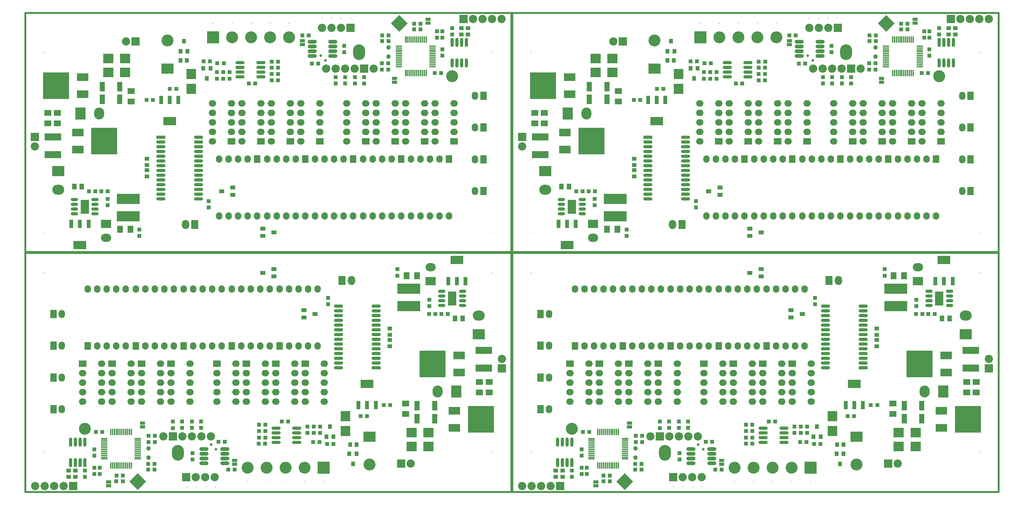
<source format=gts>
G04*
G04 #@! TF.GenerationSoftware,Altium Limited,Altium Designer,20.0.14 (345)*
G04*
G04 Layer_Color=8388736*
%FSLAX44Y44*%
%MOMM*%
G71*
G01*
G75*
%ADD41C,0.5000*%
%ADD84R,1.4732X0.8382*%
%ADD85R,1.1032X1.0032*%
%ADD86R,1.0032X1.1032*%
%ADD87R,1.5032X1.9032*%
%ADD88R,6.2032X2.7032*%
%ADD89R,2.2032X3.7032*%
%ADD90O,1.9532X0.8532*%
%ADD91R,2.5032X2.7032*%
%ADD92R,1.0032X1.3032*%
%ADD93R,1.0032X1.2032*%
%ADD94O,2.4532X0.8532*%
%ADD95R,1.9032X1.5032*%
%ADD96R,1.7532X0.4532*%
%ADD97R,0.4532X1.7532*%
%ADD98R,3.4032X2.3032*%
%ADD99R,1.1032X2.3032*%
%ADD100R,1.0032X1.3032*%
%ADD101R,1.3032X1.0032*%
%ADD102R,1.4532X1.0032*%
%ADD103O,3.2032X4.2032*%
%ADD104R,4.4232X1.9532*%
%ADD105R,2.4532X0.9032*%
%ADD106O,2.4532X0.9032*%
%ADD107R,2.7032X2.5032*%
%ADD108R,1.4532X2.5032*%
%ADD109O,2.4532X1.0032*%
%ADD110R,1.2032X1.6032*%
%ADD111R,6.9532X7.1032*%
%ADD112R,3.1032X2.1032*%
%ADD113O,0.8532X2.4532*%
%ADD114R,1.0032X1.2032*%
%ADD115R,1.0032X1.3032*%
%ADD116C,2.2032*%
%ADD117R,2.7032X3.2032*%
%ADD118O,2.7032X3.2032*%
%ADD119C,1.2032*%
%ADD120O,3.2032X2.7032*%
%ADD121R,3.2032X2.7032*%
%ADD122R,2.7032X2.2032*%
%ADD123O,2.7032X2.2032*%
%ADD124C,0.2032*%
%ADD125R,2.0032X1.7032*%
%ADD126O,2.0032X1.7032*%
%ADD127O,1.7032X2.0032*%
%ADD128R,1.7032X2.0032*%
%ADD129O,1.9532X2.4532*%
%ADD130R,1.9532X2.4532*%
%ADD131C,3.2032*%
%ADD132R,3.2032X3.2032*%
%ADD133P,4.5300X4X180.0*%
%ADD134R,1.7032X2.2032*%
%ADD135O,1.7032X2.2032*%
%ADD136R,2.2032X2.2032*%
%ADD137R,2.2032X2.2032*%
%ADD138C,0.7032*%
D41*
X0Y0D02*
Y1283000D01*
X2603000D01*
X2603000Y0D01*
X0D02*
X2603000D01*
X-1Y1282500D02*
Y642500D01*
X1299999D02*
X-1D01*
X1300000Y1282500D02*
X1299999Y642500D01*
X1300000Y1282500D02*
X-1D01*
X1302499D02*
Y642500D01*
X2602499D02*
X1302499D01*
X2602500Y1282500D02*
X2602499Y642500D01*
X2602500Y1282500D02*
X1302499D01*
X2602501Y0D02*
Y640000D01*
X1302501D02*
X2602501D01*
X1302500Y0D02*
X1302501Y640000D01*
X1302500Y0D02*
X2602501D01*
X1300001D02*
Y640000D01*
X1D02*
X1300001D01*
X0Y0D02*
X1Y640000D01*
X0Y0D02*
X1300001D01*
D84*
X740749Y1197750D02*
D03*
Y1207910D02*
D03*
X986999Y1097500D02*
D03*
Y1107660D02*
D03*
X1076999Y1255420D02*
D03*
Y1265580D02*
D03*
X2043249Y1197750D02*
D03*
Y1207910D02*
D03*
X2289499Y1097500D02*
D03*
Y1107660D02*
D03*
X2379499Y1255420D02*
D03*
Y1265580D02*
D03*
X1861751Y84750D02*
D03*
Y74590D02*
D03*
X1615501Y185000D02*
D03*
Y174840D02*
D03*
X1525501Y27080D02*
D03*
Y16920D02*
D03*
X559251Y84750D02*
D03*
Y74590D02*
D03*
X313001Y185000D02*
D03*
Y174840D02*
D03*
X223001Y27080D02*
D03*
Y16920D02*
D03*
D85*
X1114999Y1234000D02*
D03*
Y1217000D02*
D03*
X219999Y785000D02*
D03*
Y768000D02*
D03*
X829999Y1111000D02*
D03*
Y1094000D02*
D03*
X854999Y1111000D02*
D03*
Y1094000D02*
D03*
X880999Y1111000D02*
D03*
Y1094000D02*
D03*
X905622Y1111053D02*
D03*
Y1094053D02*
D03*
X511999Y1107000D02*
D03*
Y1124000D02*
D03*
X545999Y1124000D02*
D03*
Y1107000D02*
D03*
X528999Y1107000D02*
D03*
Y1124000D02*
D03*
X1114999Y1168000D02*
D03*
Y1185000D02*
D03*
X852999Y1178000D02*
D03*
Y1195000D02*
D03*
X1140999Y1225000D02*
D03*
Y1242000D02*
D03*
X304999Y703000D02*
D03*
Y686000D02*
D03*
X1100999Y1234000D02*
D03*
Y1217000D02*
D03*
X490539Y762344D02*
D03*
Y779344D02*
D03*
X2417499Y1234000D02*
D03*
Y1217000D02*
D03*
X1522499Y785000D02*
D03*
Y768000D02*
D03*
X2132499Y1111000D02*
D03*
Y1094000D02*
D03*
X2157499Y1111000D02*
D03*
Y1094000D02*
D03*
X2183499Y1111000D02*
D03*
Y1094000D02*
D03*
X2208122Y1111053D02*
D03*
Y1094053D02*
D03*
X1814499Y1107000D02*
D03*
Y1124000D02*
D03*
X1848499Y1124000D02*
D03*
Y1107000D02*
D03*
X1831499Y1107000D02*
D03*
Y1124000D02*
D03*
X2417499Y1168000D02*
D03*
Y1185000D02*
D03*
X2155499Y1178000D02*
D03*
Y1195000D02*
D03*
X2443499Y1225000D02*
D03*
Y1242000D02*
D03*
X1607499Y703000D02*
D03*
Y686000D02*
D03*
X2403499Y1234000D02*
D03*
Y1217000D02*
D03*
X1793039Y762344D02*
D03*
Y779344D02*
D03*
X1487501Y48500D02*
D03*
Y65500D02*
D03*
X2382501Y497500D02*
D03*
Y514500D02*
D03*
X1772501Y171500D02*
D03*
Y188500D02*
D03*
X1747501Y171500D02*
D03*
Y188500D02*
D03*
X1721501Y171500D02*
D03*
Y188500D02*
D03*
X1696878Y171447D02*
D03*
Y188447D02*
D03*
X2090501Y175500D02*
D03*
Y158500D02*
D03*
X2056501Y158500D02*
D03*
Y175500D02*
D03*
X2073501Y175500D02*
D03*
Y158500D02*
D03*
X1487501Y114500D02*
D03*
Y97500D02*
D03*
X1749501Y104500D02*
D03*
Y87500D02*
D03*
X1461501Y57500D02*
D03*
Y40500D02*
D03*
X2297501Y579500D02*
D03*
Y596500D02*
D03*
X1501501Y48500D02*
D03*
Y65500D02*
D03*
X2111961Y520156D02*
D03*
Y503156D02*
D03*
X185001Y48500D02*
D03*
Y65500D02*
D03*
X1080001Y497500D02*
D03*
Y514500D02*
D03*
X470001Y171500D02*
D03*
Y188500D02*
D03*
X445001Y171500D02*
D03*
Y188500D02*
D03*
X419001Y171500D02*
D03*
Y188500D02*
D03*
X394378Y171447D02*
D03*
Y188447D02*
D03*
X788001Y175500D02*
D03*
Y158500D02*
D03*
X754001Y158500D02*
D03*
Y175500D02*
D03*
X771001Y175500D02*
D03*
Y158500D02*
D03*
X185001Y114500D02*
D03*
Y97500D02*
D03*
X447001Y104500D02*
D03*
Y87500D02*
D03*
X159001Y57500D02*
D03*
Y40500D02*
D03*
X995001Y579500D02*
D03*
Y596500D02*
D03*
X199001Y48500D02*
D03*
Y65500D02*
D03*
X809461Y520156D02*
D03*
Y503156D02*
D03*
D86*
X187499Y805500D02*
D03*
X170499D02*
D03*
X203499D02*
D03*
X220499D02*
D03*
X476499Y1153500D02*
D03*
X493499D02*
D03*
X513499Y1148500D02*
D03*
X530499D02*
D03*
X614499Y1093500D02*
D03*
X597499D02*
D03*
X675783Y1152733D02*
D03*
X658783D02*
D03*
X954499Y1222500D02*
D03*
X971499D02*
D03*
X1039499Y1238500D02*
D03*
X1056499D02*
D03*
X970499Y1148500D02*
D03*
X953499D02*
D03*
X658342Y1102104D02*
D03*
X675342D02*
D03*
X658499Y1119259D02*
D03*
X675499D02*
D03*
X757499Y1222500D02*
D03*
X740499D02*
D03*
X675499Y1136500D02*
D03*
X658499D02*
D03*
X324499Y1049500D02*
D03*
X341499D02*
D03*
X403499Y1079500D02*
D03*
X386499Y1079500D02*
D03*
X783261Y1147533D02*
D03*
X766261D02*
D03*
X971499Y1207500D02*
D03*
X954499D02*
D03*
X953499Y1131500D02*
D03*
X970499D02*
D03*
X1039597Y1254110D02*
D03*
X1056597D02*
D03*
X1094499Y1121500D02*
D03*
X1111499D02*
D03*
X1489999Y805500D02*
D03*
X1472999D02*
D03*
X1505999D02*
D03*
X1522999D02*
D03*
X1778999Y1153500D02*
D03*
X1795999D02*
D03*
X1815999Y1148500D02*
D03*
X1832999D02*
D03*
X1916999Y1093500D02*
D03*
X1899999D02*
D03*
X1978283Y1152733D02*
D03*
X1961283D02*
D03*
X2256999Y1222500D02*
D03*
X2273999D02*
D03*
X2341999Y1238500D02*
D03*
X2358999D02*
D03*
X2272999Y1148500D02*
D03*
X2255999D02*
D03*
X1960842Y1102104D02*
D03*
X1977842D02*
D03*
X1960999Y1119259D02*
D03*
X1977999D02*
D03*
X2059999Y1222500D02*
D03*
X2042999D02*
D03*
X1977999Y1136500D02*
D03*
X1960999D02*
D03*
X1626999Y1049500D02*
D03*
X1643999D02*
D03*
X1705999Y1079500D02*
D03*
X1688999Y1079500D02*
D03*
X2085761Y1147533D02*
D03*
X2068761D02*
D03*
X2273999Y1207500D02*
D03*
X2256999D02*
D03*
X2255999Y1131500D02*
D03*
X2272999D02*
D03*
X2342097Y1254110D02*
D03*
X2359097D02*
D03*
X2396999Y1121500D02*
D03*
X2413999D02*
D03*
X2415001Y477000D02*
D03*
X2432001D02*
D03*
X2399001D02*
D03*
X2382001D02*
D03*
X2126001Y129000D02*
D03*
X2109001D02*
D03*
X2089001Y134000D02*
D03*
X2072001D02*
D03*
X1988001Y189000D02*
D03*
X2005001D02*
D03*
X1926717Y129767D02*
D03*
X1943717D02*
D03*
X1648001Y60000D02*
D03*
X1631001D02*
D03*
X1563001Y44000D02*
D03*
X1546001D02*
D03*
X1632001Y134000D02*
D03*
X1649001D02*
D03*
X1944158Y180396D02*
D03*
X1927158D02*
D03*
X1944001Y163241D02*
D03*
X1927001D02*
D03*
X1845001Y60000D02*
D03*
X1862001D02*
D03*
X1927001Y146000D02*
D03*
X1944001D02*
D03*
X2278001Y233000D02*
D03*
X2261001D02*
D03*
X2199001Y203000D02*
D03*
X2216001Y203000D02*
D03*
X1819239Y134967D02*
D03*
X1836239D02*
D03*
X1631001Y75000D02*
D03*
X1648001D02*
D03*
X1649001Y151000D02*
D03*
X1632001D02*
D03*
X1562903Y28390D02*
D03*
X1545903D02*
D03*
X1508001Y161000D02*
D03*
X1491001D02*
D03*
X1112501Y477000D02*
D03*
X1129501D02*
D03*
X1096501D02*
D03*
X1079501D02*
D03*
X823501Y129000D02*
D03*
X806501D02*
D03*
X786501Y134000D02*
D03*
X769501D02*
D03*
X685501Y189000D02*
D03*
X702501D02*
D03*
X624217Y129767D02*
D03*
X641217D02*
D03*
X345501Y60000D02*
D03*
X328501D02*
D03*
X260501Y44000D02*
D03*
X243501D02*
D03*
X329501Y134000D02*
D03*
X346501D02*
D03*
X641658Y180396D02*
D03*
X624658D02*
D03*
X641501Y163241D02*
D03*
X624501D02*
D03*
X542501Y60000D02*
D03*
X559501D02*
D03*
X624501Y146000D02*
D03*
X641501D02*
D03*
X975501Y233000D02*
D03*
X958501D02*
D03*
X896501Y203000D02*
D03*
X913501Y203000D02*
D03*
X516739Y134967D02*
D03*
X533739D02*
D03*
X328501Y75000D02*
D03*
X345501D02*
D03*
X346501Y151000D02*
D03*
X329501D02*
D03*
X260403Y28390D02*
D03*
X243403D02*
D03*
X205501Y161000D02*
D03*
X188501D02*
D03*
D87*
X280999Y703500D02*
D03*
X252999D02*
D03*
X1583499D02*
D03*
X1555499D02*
D03*
X2321501Y579000D02*
D03*
X2349501D02*
D03*
X1019001D02*
D03*
X1047001D02*
D03*
D88*
X274999Y785000D02*
D03*
Y738000D02*
D03*
X1577499Y785000D02*
D03*
Y738000D02*
D03*
X2327501Y497500D02*
D03*
Y544500D02*
D03*
X1025001Y497500D02*
D03*
Y544500D02*
D03*
D89*
X158794Y763975D02*
D03*
X1461294D02*
D03*
X2443706Y518526D02*
D03*
X1141206D02*
D03*
D90*
X130964Y783025D02*
D03*
Y770324D02*
D03*
Y757625D02*
D03*
Y744924D02*
D03*
X186464Y783025D02*
D03*
Y770324D02*
D03*
Y757625D02*
D03*
Y744924D02*
D03*
X1433464Y783025D02*
D03*
Y770324D02*
D03*
Y757625D02*
D03*
Y744924D02*
D03*
X1488964Y783025D02*
D03*
Y770324D02*
D03*
Y757625D02*
D03*
Y744924D02*
D03*
X2471536Y499476D02*
D03*
Y512175D02*
D03*
Y524875D02*
D03*
Y537575D02*
D03*
X2416036Y499476D02*
D03*
Y512175D02*
D03*
Y524875D02*
D03*
Y537575D02*
D03*
X1169036Y499476D02*
D03*
Y512175D02*
D03*
Y524875D02*
D03*
Y537575D02*
D03*
X1113536Y499476D02*
D03*
Y512175D02*
D03*
Y524875D02*
D03*
Y537575D02*
D03*
D91*
X443999Y1079500D02*
D03*
Y1119500D02*
D03*
X1746499Y1079500D02*
D03*
Y1119500D02*
D03*
X2158501Y203000D02*
D03*
Y163000D02*
D03*
X856001Y203000D02*
D03*
Y163000D02*
D03*
D92*
X475999Y1134500D02*
D03*
X494999D02*
D03*
X414499Y1180000D02*
D03*
X433499D02*
D03*
X1778499Y1134500D02*
D03*
X1797499D02*
D03*
X1716999Y1180000D02*
D03*
X1735999D02*
D03*
X2126501Y148000D02*
D03*
X2107501D02*
D03*
X824001D02*
D03*
X805001D02*
D03*
D93*
X485499Y1107500D02*
D03*
X423999Y1207000D02*
D03*
X1787999Y1107500D02*
D03*
X1726499Y1207000D02*
D03*
X2117001Y175000D02*
D03*
X814501D02*
D03*
D94*
X574169Y1149550D02*
D03*
Y1136850D02*
D03*
Y1124150D02*
D03*
Y1111450D02*
D03*
X629669Y1149550D02*
D03*
Y1136850D02*
D03*
Y1124150D02*
D03*
Y1111450D02*
D03*
X1876669Y1149550D02*
D03*
Y1136850D02*
D03*
Y1124150D02*
D03*
Y1111450D02*
D03*
X1932169Y1149550D02*
D03*
Y1136850D02*
D03*
Y1124150D02*
D03*
Y1111450D02*
D03*
X2028331Y132950D02*
D03*
Y145650D02*
D03*
Y158350D02*
D03*
Y171050D02*
D03*
X1972831Y132950D02*
D03*
Y145650D02*
D03*
Y158350D02*
D03*
Y171050D02*
D03*
X725831Y132950D02*
D03*
Y145650D02*
D03*
Y158350D02*
D03*
Y171050D02*
D03*
X670331Y132950D02*
D03*
Y145650D02*
D03*
Y158350D02*
D03*
Y171050D02*
D03*
D95*
X59999Y1015500D02*
D03*
Y987500D02*
D03*
X85589Y1015493D02*
D03*
Y987494D02*
D03*
X282999Y1073500D02*
D03*
Y1045500D02*
D03*
X1362499Y1015500D02*
D03*
Y987500D02*
D03*
X1388089Y1015493D02*
D03*
Y987494D02*
D03*
X1585499Y1073500D02*
D03*
Y1045500D02*
D03*
X2542501Y267000D02*
D03*
Y295000D02*
D03*
X2516911Y267007D02*
D03*
Y295007D02*
D03*
X2319501Y209000D02*
D03*
Y237000D02*
D03*
X1240001Y267000D02*
D03*
Y295000D02*
D03*
X1214411Y267007D02*
D03*
Y295007D02*
D03*
X1017001Y209000D02*
D03*
Y237000D02*
D03*
D96*
X998999Y1194000D02*
D03*
Y1189000D02*
D03*
Y1184000D02*
D03*
Y1179000D02*
D03*
Y1174000D02*
D03*
Y1169000D02*
D03*
Y1164000D02*
D03*
Y1159000D02*
D03*
Y1154000D02*
D03*
Y1149000D02*
D03*
Y1144000D02*
D03*
Y1139000D02*
D03*
X1088999D02*
D03*
Y1144000D02*
D03*
Y1149000D02*
D03*
Y1154000D02*
D03*
Y1159000D02*
D03*
Y1164000D02*
D03*
Y1169000D02*
D03*
Y1174000D02*
D03*
Y1179000D02*
D03*
Y1184000D02*
D03*
Y1189000D02*
D03*
Y1194000D02*
D03*
X2301499D02*
D03*
Y1189000D02*
D03*
Y1184000D02*
D03*
Y1179000D02*
D03*
Y1174000D02*
D03*
Y1169000D02*
D03*
Y1164000D02*
D03*
Y1159000D02*
D03*
Y1154000D02*
D03*
Y1149000D02*
D03*
Y1144000D02*
D03*
Y1139000D02*
D03*
X2391499D02*
D03*
Y1144000D02*
D03*
Y1149000D02*
D03*
Y1154000D02*
D03*
Y1159000D02*
D03*
Y1164000D02*
D03*
Y1169000D02*
D03*
Y1174000D02*
D03*
Y1179000D02*
D03*
Y1184000D02*
D03*
Y1189000D02*
D03*
Y1194000D02*
D03*
X1603501Y88500D02*
D03*
Y93500D02*
D03*
Y98500D02*
D03*
Y103500D02*
D03*
Y108500D02*
D03*
Y113500D02*
D03*
Y118500D02*
D03*
Y123500D02*
D03*
Y128500D02*
D03*
Y133500D02*
D03*
Y138500D02*
D03*
Y143500D02*
D03*
X1513501D02*
D03*
Y138500D02*
D03*
Y133500D02*
D03*
Y128500D02*
D03*
Y123500D02*
D03*
Y118500D02*
D03*
Y113500D02*
D03*
Y108500D02*
D03*
Y103500D02*
D03*
Y98500D02*
D03*
Y93500D02*
D03*
Y88500D02*
D03*
X301001D02*
D03*
Y93500D02*
D03*
Y98500D02*
D03*
Y103500D02*
D03*
Y108500D02*
D03*
Y113500D02*
D03*
Y118500D02*
D03*
Y123500D02*
D03*
Y128500D02*
D03*
Y133500D02*
D03*
Y138500D02*
D03*
Y143500D02*
D03*
X211001D02*
D03*
Y138500D02*
D03*
Y133500D02*
D03*
Y128500D02*
D03*
Y123500D02*
D03*
Y118500D02*
D03*
Y113500D02*
D03*
Y108500D02*
D03*
Y103500D02*
D03*
Y98500D02*
D03*
Y93500D02*
D03*
Y88500D02*
D03*
D97*
X1016499Y1121500D02*
D03*
X1021499D02*
D03*
X1026499D02*
D03*
X1031499D02*
D03*
X1036499D02*
D03*
X1041499D02*
D03*
X1046499D02*
D03*
X1051499D02*
D03*
X1056499D02*
D03*
X1061499D02*
D03*
X1066499D02*
D03*
X1071499D02*
D03*
Y1211500D02*
D03*
X1066499D02*
D03*
X1061499D02*
D03*
X1056499D02*
D03*
X1051499D02*
D03*
X1046499D02*
D03*
X1041499D02*
D03*
X1036499D02*
D03*
X1031499D02*
D03*
X1026499D02*
D03*
X1021499D02*
D03*
X1016499D02*
D03*
X2318999Y1121500D02*
D03*
X2323999D02*
D03*
X2328999D02*
D03*
X2333999D02*
D03*
X2338999D02*
D03*
X2343999D02*
D03*
X2348999D02*
D03*
X2353999D02*
D03*
X2358999D02*
D03*
X2363999D02*
D03*
X2368999D02*
D03*
X2373999D02*
D03*
Y1211500D02*
D03*
X2368999D02*
D03*
X2363999D02*
D03*
X2358999D02*
D03*
X2353999D02*
D03*
X2348999D02*
D03*
X2343999D02*
D03*
X2338999D02*
D03*
X2333999D02*
D03*
X2328999D02*
D03*
X2323999D02*
D03*
X2318999D02*
D03*
X1586001Y161000D02*
D03*
X1581001D02*
D03*
X1576001D02*
D03*
X1571001D02*
D03*
X1566001D02*
D03*
X1561001D02*
D03*
X1556001D02*
D03*
X1551001D02*
D03*
X1546001D02*
D03*
X1541001D02*
D03*
X1536001D02*
D03*
X1531001D02*
D03*
Y71000D02*
D03*
X1536001D02*
D03*
X1541001D02*
D03*
X1546001D02*
D03*
X1551001D02*
D03*
X1556001D02*
D03*
X1561001D02*
D03*
X1566001D02*
D03*
X1571001D02*
D03*
X1576001D02*
D03*
X1581001D02*
D03*
X1586001D02*
D03*
X283501Y161000D02*
D03*
X278501D02*
D03*
X273501D02*
D03*
X268501D02*
D03*
X263501D02*
D03*
X258501D02*
D03*
X253501D02*
D03*
X248501D02*
D03*
X243501D02*
D03*
X238501D02*
D03*
X233501D02*
D03*
X228501D02*
D03*
Y71000D02*
D03*
X233501D02*
D03*
X238501D02*
D03*
X243501D02*
D03*
X248501D02*
D03*
X253501D02*
D03*
X258501D02*
D03*
X263501D02*
D03*
X268501D02*
D03*
X273501D02*
D03*
X278501D02*
D03*
X283501D02*
D03*
D98*
X386039Y992730D02*
D03*
X145999Y661000D02*
D03*
X1688539Y992730D02*
D03*
X1448499Y661000D02*
D03*
X2216461Y289770D02*
D03*
X2456501Y621500D02*
D03*
X913961Y289770D02*
D03*
X1154001Y621500D02*
D03*
D99*
X363039Y1049730D02*
D03*
X386039D02*
D03*
X409039D02*
D03*
X168999Y718000D02*
D03*
X145999D02*
D03*
X122999D02*
D03*
X1665539Y1049730D02*
D03*
X1688539D02*
D03*
X1711539D02*
D03*
X1471499Y718000D02*
D03*
X1448499D02*
D03*
X1425499D02*
D03*
X2239461Y232770D02*
D03*
X2216461D02*
D03*
X2193461D02*
D03*
X2433501Y564500D02*
D03*
X2456501D02*
D03*
X2479501D02*
D03*
X936961Y232770D02*
D03*
X913961D02*
D03*
X890961D02*
D03*
X1131001Y564500D02*
D03*
X1154001D02*
D03*
X1177001D02*
D03*
D100*
X431499Y1155500D02*
D03*
X414499D02*
D03*
X1733999D02*
D03*
X1716999D02*
D03*
X2171001Y127000D02*
D03*
X2188001D02*
D03*
X868501D02*
D03*
X885501D02*
D03*
D101*
X1165999Y1225000D02*
D03*
Y1242000D02*
D03*
X1183999D02*
D03*
X1183999Y1225000D02*
D03*
X325439Y892300D02*
D03*
Y875300D02*
D03*
Y861820D02*
D03*
Y844820D02*
D03*
X2468499Y1225000D02*
D03*
Y1242000D02*
D03*
X2486499D02*
D03*
X2486499Y1225000D02*
D03*
X1627939Y892300D02*
D03*
Y875300D02*
D03*
Y861820D02*
D03*
Y844820D02*
D03*
X1436501Y57500D02*
D03*
Y40500D02*
D03*
X1418501D02*
D03*
X1418501Y57500D02*
D03*
X2277061Y390200D02*
D03*
Y407200D02*
D03*
Y420680D02*
D03*
Y437680D02*
D03*
X134001Y57500D02*
D03*
Y40500D02*
D03*
X116001D02*
D03*
X116001Y57500D02*
D03*
X974561Y390200D02*
D03*
Y407200D02*
D03*
Y420680D02*
D03*
Y437680D02*
D03*
D102*
X554999Y815000D02*
D03*
Y796000D02*
D03*
X524999Y805500D02*
D03*
X634999Y686000D02*
D03*
Y705000D02*
D03*
X664999Y695500D02*
D03*
X1857499Y815000D02*
D03*
Y796000D02*
D03*
X1827499Y805500D02*
D03*
X1937499Y686000D02*
D03*
Y705000D02*
D03*
X1967499Y695500D02*
D03*
X2047501Y467500D02*
D03*
Y486500D02*
D03*
X2077501Y477000D02*
D03*
X1967501Y596500D02*
D03*
Y577500D02*
D03*
X1937501Y587000D02*
D03*
X745001Y467500D02*
D03*
Y486500D02*
D03*
X775001Y477000D02*
D03*
X665001Y596500D02*
D03*
Y577500D02*
D03*
X635001Y587000D02*
D03*
D103*
X891999Y1177500D02*
D03*
X2194499D02*
D03*
X1710501Y105000D02*
D03*
X408001D02*
D03*
D104*
X73979Y902980D02*
D03*
Y950980D02*
D03*
X1376479Y902980D02*
D03*
Y950980D02*
D03*
X2528521Y379520D02*
D03*
Y331520D02*
D03*
X1226021Y379520D02*
D03*
Y331520D02*
D03*
D105*
X362269Y949914D02*
D03*
X1664769D02*
D03*
X2240231Y332586D02*
D03*
X937731D02*
D03*
D106*
X362269Y937214D02*
D03*
Y924514D02*
D03*
Y911814D02*
D03*
Y899114D02*
D03*
Y886414D02*
D03*
Y873714D02*
D03*
Y861014D02*
D03*
Y848314D02*
D03*
Y835614D02*
D03*
Y822914D02*
D03*
Y810214D02*
D03*
Y797514D02*
D03*
Y784814D02*
D03*
X462769D02*
D03*
Y797514D02*
D03*
Y810214D02*
D03*
Y822914D02*
D03*
Y835614D02*
D03*
Y848314D02*
D03*
Y861014D02*
D03*
Y873714D02*
D03*
Y886414D02*
D03*
Y899114D02*
D03*
Y911814D02*
D03*
Y924514D02*
D03*
Y937214D02*
D03*
Y949914D02*
D03*
X1664769Y937214D02*
D03*
Y924514D02*
D03*
Y911814D02*
D03*
Y899114D02*
D03*
Y886414D02*
D03*
Y873714D02*
D03*
Y861014D02*
D03*
Y848314D02*
D03*
Y835614D02*
D03*
Y822914D02*
D03*
Y810214D02*
D03*
Y797514D02*
D03*
Y784814D02*
D03*
X1765269D02*
D03*
Y797514D02*
D03*
Y810214D02*
D03*
Y822914D02*
D03*
Y835614D02*
D03*
Y848314D02*
D03*
Y861014D02*
D03*
Y873714D02*
D03*
Y886414D02*
D03*
Y899114D02*
D03*
Y911814D02*
D03*
Y924514D02*
D03*
Y937214D02*
D03*
Y949914D02*
D03*
X2240231Y345286D02*
D03*
Y357986D02*
D03*
Y370686D02*
D03*
Y383386D02*
D03*
Y396086D02*
D03*
Y408786D02*
D03*
Y421486D02*
D03*
Y434186D02*
D03*
Y446886D02*
D03*
Y459586D02*
D03*
Y472286D02*
D03*
Y484986D02*
D03*
Y497686D02*
D03*
X2139731D02*
D03*
Y484986D02*
D03*
Y472286D02*
D03*
Y459586D02*
D03*
Y446886D02*
D03*
Y434186D02*
D03*
Y421486D02*
D03*
Y408786D02*
D03*
Y396086D02*
D03*
Y383386D02*
D03*
Y370686D02*
D03*
Y357986D02*
D03*
Y345286D02*
D03*
Y332586D02*
D03*
X937731Y345286D02*
D03*
Y357986D02*
D03*
Y370686D02*
D03*
Y383386D02*
D03*
Y396086D02*
D03*
Y408786D02*
D03*
Y421486D02*
D03*
Y434186D02*
D03*
Y446886D02*
D03*
Y459586D02*
D03*
Y472286D02*
D03*
Y484986D02*
D03*
Y497686D02*
D03*
X837231D02*
D03*
Y484986D02*
D03*
Y472286D02*
D03*
Y459586D02*
D03*
Y446886D02*
D03*
Y434186D02*
D03*
Y421486D02*
D03*
Y408786D02*
D03*
Y396086D02*
D03*
Y383386D02*
D03*
Y370686D02*
D03*
Y357986D02*
D03*
Y345286D02*
D03*
Y332586D02*
D03*
D107*
X221999Y1160500D02*
D03*
X266999D02*
D03*
X221999Y1123500D02*
D03*
X266999D02*
D03*
X1524499Y1160500D02*
D03*
X1569499D02*
D03*
X1524499Y1123500D02*
D03*
X1569499D02*
D03*
X2380501Y122000D02*
D03*
X2335501D02*
D03*
X2380501Y159000D02*
D03*
X2335501D02*
D03*
X1078001Y122000D02*
D03*
X1033001D02*
D03*
X1078001Y159000D02*
D03*
X1033001D02*
D03*
D108*
X252499Y1085800D02*
D03*
X205499D02*
D03*
Y1051500D02*
D03*
X252499D02*
D03*
X1554999Y1085800D02*
D03*
X1507999D02*
D03*
Y1051500D02*
D03*
X1554999D02*
D03*
X2350001Y196700D02*
D03*
X2397001D02*
D03*
Y231000D02*
D03*
X2350001D02*
D03*
X1047501Y196700D02*
D03*
X1094501D02*
D03*
Y231000D02*
D03*
X1047501D02*
D03*
D109*
X766940Y1205663D02*
D03*
Y1192963D02*
D03*
Y1180263D02*
D03*
Y1167563D02*
D03*
X822440Y1205663D02*
D03*
Y1192963D02*
D03*
Y1180263D02*
D03*
Y1167563D02*
D03*
X2069440Y1205663D02*
D03*
Y1192963D02*
D03*
Y1180263D02*
D03*
Y1167563D02*
D03*
X2124940Y1205663D02*
D03*
Y1192963D02*
D03*
Y1180263D02*
D03*
Y1167563D02*
D03*
X1835560Y76837D02*
D03*
Y89537D02*
D03*
Y102237D02*
D03*
Y114937D02*
D03*
X1780060Y76837D02*
D03*
Y89537D02*
D03*
Y102237D02*
D03*
Y114937D02*
D03*
X533060Y76837D02*
D03*
Y89537D02*
D03*
Y102237D02*
D03*
Y114937D02*
D03*
X477560Y76837D02*
D03*
Y89537D02*
D03*
Y102237D02*
D03*
Y114937D02*
D03*
D110*
X150999Y817500D02*
D03*
X130999D02*
D03*
X1453499D02*
D03*
X1433499D02*
D03*
X2451501Y465000D02*
D03*
X2471501D02*
D03*
X1149001D02*
D03*
X1169001D02*
D03*
D111*
X81999Y1087700D02*
D03*
X211239Y939680D02*
D03*
X1384499Y1087700D02*
D03*
X1513739Y939680D02*
D03*
X2520501Y194800D02*
D03*
X2391261Y342820D02*
D03*
X1218001Y194800D02*
D03*
X1088761Y342820D02*
D03*
D112*
X152999Y1110500D02*
D03*
Y1064900D02*
D03*
X140239Y916880D02*
D03*
Y962480D02*
D03*
X1455499Y1110500D02*
D03*
Y1064900D02*
D03*
X1442739Y916880D02*
D03*
Y962480D02*
D03*
X2449501Y172000D02*
D03*
Y217600D02*
D03*
X2462261Y365620D02*
D03*
Y320020D02*
D03*
X1147001Y172000D02*
D03*
Y217600D02*
D03*
X1159761Y365620D02*
D03*
Y320020D02*
D03*
D113*
X1179049Y1204170D02*
D03*
X1166349D02*
D03*
X1153649D02*
D03*
X1140949D02*
D03*
X1179049Y1148670D02*
D03*
X1166349D02*
D03*
X1153649D02*
D03*
X1140949D02*
D03*
X2481549Y1204170D02*
D03*
X2468849D02*
D03*
X2456149D02*
D03*
X2443449D02*
D03*
X2481549Y1148670D02*
D03*
X2468849D02*
D03*
X2456149D02*
D03*
X2443449D02*
D03*
X1423451Y78330D02*
D03*
X1436151D02*
D03*
X1448851D02*
D03*
X1461551D02*
D03*
X1423451Y133830D02*
D03*
X1436151D02*
D03*
X1448851D02*
D03*
X1461551D02*
D03*
X120951Y78330D02*
D03*
X133651D02*
D03*
X146351D02*
D03*
X159051D02*
D03*
X120951Y133830D02*
D03*
X133651D02*
D03*
X146351D02*
D03*
X159051D02*
D03*
D114*
X2178501Y75500D02*
D03*
X876001D02*
D03*
D115*
X2188001Y102500D02*
D03*
X2169001D02*
D03*
X885501D02*
D03*
X866501D02*
D03*
D116*
X931199Y1133500D02*
D03*
X844399Y1242500D02*
D03*
X818999D02*
D03*
X793599D02*
D03*
X1197599Y1266500D02*
D03*
X1222999Y1266500D02*
D03*
X1248399D02*
D03*
X1273799D02*
D03*
X269559Y1206380D02*
D03*
X25719Y925710D02*
D03*
X804199Y1133500D02*
D03*
X829599D02*
D03*
X854999D02*
D03*
X880399D02*
D03*
X2233699D02*
D03*
X2146899Y1242500D02*
D03*
X2121499D02*
D03*
X2096099D02*
D03*
X2500099Y1266500D02*
D03*
X2525499Y1266500D02*
D03*
X2550899D02*
D03*
X2576299D02*
D03*
X1572059Y1206380D02*
D03*
X1328219Y925710D02*
D03*
X2106699Y1133500D02*
D03*
X2132099D02*
D03*
X2157499D02*
D03*
X2182899D02*
D03*
X1671301Y149000D02*
D03*
X1758101Y40000D02*
D03*
X1783501D02*
D03*
X1808901D02*
D03*
X1404901Y16000D02*
D03*
X1379501Y16000D02*
D03*
X1354101D02*
D03*
X1328701D02*
D03*
X2332941Y76120D02*
D03*
X2576781Y356790D02*
D03*
X1798301Y149000D02*
D03*
X1772901D02*
D03*
X1747501D02*
D03*
X1722101D02*
D03*
X368801D02*
D03*
X455601Y40000D02*
D03*
X481001D02*
D03*
X506401D02*
D03*
X102401Y16000D02*
D03*
X77001Y16000D02*
D03*
X51601D02*
D03*
X26201D02*
D03*
X1030441Y76120D02*
D03*
X1274281Y356790D02*
D03*
X495801Y149000D02*
D03*
X470401D02*
D03*
X445001D02*
D03*
X419601D02*
D03*
D117*
X147639Y1013340D02*
D03*
X1450139D02*
D03*
X2454861Y269160D02*
D03*
X1152361D02*
D03*
D118*
X197639Y1013340D02*
D03*
X1500139D02*
D03*
X2404861Y269160D02*
D03*
X1102361D02*
D03*
D119*
X970999Y1190500D02*
D03*
X970999Y1165500D02*
D03*
X2273499Y1190500D02*
D03*
X2273499Y1165500D02*
D03*
X1631501Y92000D02*
D03*
X1631501Y117000D02*
D03*
X329001Y92000D02*
D03*
X329001Y117000D02*
D03*
D120*
X87949Y809670D02*
D03*
X1390449D02*
D03*
X2514551Y472830D02*
D03*
X1212051D02*
D03*
D121*
X87949Y859670D02*
D03*
X379999Y1134000D02*
D03*
X1390449Y859670D02*
D03*
X1682499Y1134000D02*
D03*
X2514551Y422830D02*
D03*
X2222501Y148500D02*
D03*
X1212051Y422830D02*
D03*
X920001Y148500D02*
D03*
D122*
X215999Y718000D02*
D03*
X1518499D02*
D03*
X2386501Y564500D02*
D03*
X1084001D02*
D03*
D123*
X215999Y680500D02*
D03*
X1518499D02*
D03*
X2386501Y602000D02*
D03*
X1084001D02*
D03*
D124*
X49999Y1175900D02*
D03*
Y695900D02*
D03*
X1249999D02*
D03*
Y1175900D02*
D03*
D03*
Y695900D02*
D03*
X49999D02*
D03*
Y1175900D02*
D03*
X792329Y1269170D02*
D03*
X817729D02*
D03*
X843129Y1269170D02*
D03*
X868529D02*
D03*
X502399Y1254500D02*
D03*
X553199D02*
D03*
X603999D02*
D03*
X654799D02*
D03*
X705599D02*
D03*
X1352499Y1175900D02*
D03*
Y695900D02*
D03*
X2552499D02*
D03*
Y1175900D02*
D03*
D03*
Y695900D02*
D03*
X1352499D02*
D03*
Y1175900D02*
D03*
X2094829Y1269170D02*
D03*
X2120229D02*
D03*
X2145629Y1269170D02*
D03*
X2171029D02*
D03*
X1804899Y1254500D02*
D03*
X1855699D02*
D03*
X1906499D02*
D03*
X1957299D02*
D03*
X2008099D02*
D03*
X2552501Y106600D02*
D03*
Y586600D02*
D03*
X1352501D02*
D03*
Y106600D02*
D03*
D03*
Y586600D02*
D03*
X2552501D02*
D03*
Y106600D02*
D03*
X1810171Y13330D02*
D03*
X1784771D02*
D03*
X1759371Y13330D02*
D03*
X1733971D02*
D03*
X2100101Y28000D02*
D03*
X2049301D02*
D03*
X1998501D02*
D03*
X1947701D02*
D03*
X1896901D02*
D03*
X1250001Y106600D02*
D03*
Y586600D02*
D03*
X50001D02*
D03*
Y106600D02*
D03*
D03*
Y586600D02*
D03*
X1250001D02*
D03*
Y106600D02*
D03*
X507671Y13330D02*
D03*
X482271D02*
D03*
X456871Y13330D02*
D03*
X431471D02*
D03*
X797601Y28000D02*
D03*
X746801D02*
D03*
X696001D02*
D03*
X645201D02*
D03*
X594401D02*
D03*
D125*
X551579Y938934D02*
D03*
X630319D02*
D03*
X709059D02*
D03*
X787799D02*
D03*
X910099D02*
D03*
X988839D02*
D03*
X1067579D02*
D03*
X1146349D02*
D03*
X1854079D02*
D03*
X1932819D02*
D03*
X2011559D02*
D03*
X2090299D02*
D03*
X2212599D02*
D03*
X2291339D02*
D03*
X2370079D02*
D03*
X2448849D02*
D03*
X2050921Y343566D02*
D03*
X1972181D02*
D03*
X1893441D02*
D03*
X1814701D02*
D03*
X1692401D02*
D03*
X1613661D02*
D03*
X1534921D02*
D03*
X1456151D02*
D03*
X748421D02*
D03*
X669681D02*
D03*
X590941D02*
D03*
X512201D02*
D03*
X389901D02*
D03*
X311161D02*
D03*
X232421D02*
D03*
X153651D02*
D03*
D126*
X551579Y964334D02*
D03*
Y989734D02*
D03*
Y1015134D02*
D03*
Y1040534D02*
D03*
X500779Y938934D02*
D03*
Y964334D02*
D03*
Y989734D02*
D03*
Y1015134D02*
D03*
Y1040534D02*
D03*
X630319Y964334D02*
D03*
Y989734D02*
D03*
Y1015134D02*
D03*
Y1040534D02*
D03*
X579519Y938934D02*
D03*
Y964334D02*
D03*
Y989734D02*
D03*
Y1015134D02*
D03*
Y1040534D02*
D03*
X709059Y964334D02*
D03*
Y989734D02*
D03*
Y1015134D02*
D03*
Y1040534D02*
D03*
X658259Y938934D02*
D03*
Y964334D02*
D03*
Y989734D02*
D03*
Y1015134D02*
D03*
Y1040534D02*
D03*
X787799Y964334D02*
D03*
Y989734D02*
D03*
Y1015134D02*
D03*
Y1040534D02*
D03*
X736999Y938934D02*
D03*
Y964334D02*
D03*
Y989734D02*
D03*
Y1015134D02*
D03*
Y1040534D02*
D03*
X910099Y964334D02*
D03*
Y989734D02*
D03*
Y1015134D02*
D03*
Y1040534D02*
D03*
X859299Y938934D02*
D03*
Y964334D02*
D03*
Y989734D02*
D03*
Y1015134D02*
D03*
Y1040534D02*
D03*
X988839Y964334D02*
D03*
Y989734D02*
D03*
Y1015134D02*
D03*
Y1040534D02*
D03*
X938039Y938934D02*
D03*
Y964334D02*
D03*
Y989734D02*
D03*
Y1015134D02*
D03*
Y1040534D02*
D03*
X1067579Y964334D02*
D03*
Y989734D02*
D03*
Y1015134D02*
D03*
Y1040534D02*
D03*
X1016779Y938934D02*
D03*
Y964334D02*
D03*
Y989734D02*
D03*
Y1015134D02*
D03*
Y1040534D02*
D03*
X1146349Y964334D02*
D03*
Y989734D02*
D03*
Y1015134D02*
D03*
Y1040534D02*
D03*
X1095549Y938934D02*
D03*
Y964334D02*
D03*
Y989734D02*
D03*
Y1015134D02*
D03*
Y1040534D02*
D03*
X1854079Y964334D02*
D03*
Y989734D02*
D03*
Y1015134D02*
D03*
Y1040534D02*
D03*
X1803279Y938934D02*
D03*
Y964334D02*
D03*
Y989734D02*
D03*
Y1015134D02*
D03*
Y1040534D02*
D03*
X1932819Y964334D02*
D03*
Y989734D02*
D03*
Y1015134D02*
D03*
Y1040534D02*
D03*
X1882019Y938934D02*
D03*
Y964334D02*
D03*
Y989734D02*
D03*
Y1015134D02*
D03*
Y1040534D02*
D03*
X2011559Y964334D02*
D03*
Y989734D02*
D03*
Y1015134D02*
D03*
Y1040534D02*
D03*
X1960759Y938934D02*
D03*
Y964334D02*
D03*
Y989734D02*
D03*
Y1015134D02*
D03*
Y1040534D02*
D03*
X2090299Y964334D02*
D03*
Y989734D02*
D03*
Y1015134D02*
D03*
Y1040534D02*
D03*
X2039499Y938934D02*
D03*
Y964334D02*
D03*
Y989734D02*
D03*
Y1015134D02*
D03*
Y1040534D02*
D03*
X2212599Y964334D02*
D03*
Y989734D02*
D03*
Y1015134D02*
D03*
Y1040534D02*
D03*
X2161799Y938934D02*
D03*
Y964334D02*
D03*
Y989734D02*
D03*
Y1015134D02*
D03*
Y1040534D02*
D03*
X2291339Y964334D02*
D03*
Y989734D02*
D03*
Y1015134D02*
D03*
Y1040534D02*
D03*
X2240539Y938934D02*
D03*
Y964334D02*
D03*
Y989734D02*
D03*
Y1015134D02*
D03*
Y1040534D02*
D03*
X2370079Y964334D02*
D03*
Y989734D02*
D03*
Y1015134D02*
D03*
Y1040534D02*
D03*
X2319279Y938934D02*
D03*
Y964334D02*
D03*
Y989734D02*
D03*
Y1015134D02*
D03*
Y1040534D02*
D03*
X2448849Y964334D02*
D03*
Y989734D02*
D03*
Y1015134D02*
D03*
Y1040534D02*
D03*
X2398049Y938934D02*
D03*
Y964334D02*
D03*
Y989734D02*
D03*
Y1015134D02*
D03*
Y1040534D02*
D03*
X2050921Y318166D02*
D03*
Y292766D02*
D03*
Y267366D02*
D03*
Y241966D02*
D03*
X2101721Y343566D02*
D03*
Y318166D02*
D03*
Y292766D02*
D03*
Y267366D02*
D03*
Y241966D02*
D03*
X1972181Y318166D02*
D03*
Y292766D02*
D03*
Y267366D02*
D03*
Y241966D02*
D03*
X2022981Y343566D02*
D03*
Y318166D02*
D03*
Y292766D02*
D03*
Y267366D02*
D03*
Y241966D02*
D03*
X1893441Y318166D02*
D03*
Y292766D02*
D03*
Y267366D02*
D03*
Y241966D02*
D03*
X1944241Y343566D02*
D03*
Y318166D02*
D03*
Y292766D02*
D03*
Y267366D02*
D03*
Y241966D02*
D03*
X1814701Y318166D02*
D03*
Y292766D02*
D03*
Y267366D02*
D03*
Y241966D02*
D03*
X1865501Y343566D02*
D03*
Y318166D02*
D03*
Y292766D02*
D03*
Y267366D02*
D03*
Y241966D02*
D03*
X1692401Y318166D02*
D03*
Y292766D02*
D03*
Y267366D02*
D03*
Y241966D02*
D03*
X1743201Y343566D02*
D03*
Y318166D02*
D03*
Y292766D02*
D03*
Y267366D02*
D03*
Y241966D02*
D03*
X1613661Y318166D02*
D03*
Y292766D02*
D03*
Y267366D02*
D03*
Y241966D02*
D03*
X1664461Y343566D02*
D03*
Y318166D02*
D03*
Y292766D02*
D03*
Y267366D02*
D03*
Y241966D02*
D03*
X1534921Y318166D02*
D03*
Y292766D02*
D03*
Y267366D02*
D03*
Y241966D02*
D03*
X1585721Y343566D02*
D03*
Y318166D02*
D03*
Y292766D02*
D03*
Y267366D02*
D03*
Y241966D02*
D03*
X1456151Y318166D02*
D03*
Y292766D02*
D03*
Y267366D02*
D03*
Y241966D02*
D03*
X1506951Y343566D02*
D03*
Y318166D02*
D03*
Y292766D02*
D03*
Y267366D02*
D03*
Y241966D02*
D03*
X748421Y318166D02*
D03*
Y292766D02*
D03*
Y267366D02*
D03*
Y241966D02*
D03*
X799221Y343566D02*
D03*
Y318166D02*
D03*
Y292766D02*
D03*
Y267366D02*
D03*
Y241966D02*
D03*
X669681Y318166D02*
D03*
Y292766D02*
D03*
Y267366D02*
D03*
Y241966D02*
D03*
X720481Y343566D02*
D03*
Y318166D02*
D03*
Y292766D02*
D03*
Y267366D02*
D03*
Y241966D02*
D03*
X590941Y318166D02*
D03*
Y292766D02*
D03*
Y267366D02*
D03*
Y241966D02*
D03*
X641741Y343566D02*
D03*
Y318166D02*
D03*
Y292766D02*
D03*
Y267366D02*
D03*
Y241966D02*
D03*
X512201Y318166D02*
D03*
Y292766D02*
D03*
Y267366D02*
D03*
Y241966D02*
D03*
X563001Y343566D02*
D03*
Y318166D02*
D03*
Y292766D02*
D03*
Y267366D02*
D03*
Y241966D02*
D03*
X389901Y318166D02*
D03*
Y292766D02*
D03*
Y267366D02*
D03*
Y241966D02*
D03*
X440701Y343566D02*
D03*
Y318166D02*
D03*
Y292766D02*
D03*
Y267366D02*
D03*
Y241966D02*
D03*
X311161Y318166D02*
D03*
Y292766D02*
D03*
Y267366D02*
D03*
Y241966D02*
D03*
X361961Y343566D02*
D03*
Y318166D02*
D03*
Y292766D02*
D03*
Y267366D02*
D03*
Y241966D02*
D03*
X232421Y318166D02*
D03*
Y292766D02*
D03*
Y267366D02*
D03*
Y241966D02*
D03*
X283221Y343566D02*
D03*
Y318166D02*
D03*
Y292766D02*
D03*
Y267366D02*
D03*
Y241966D02*
D03*
X153651Y318166D02*
D03*
Y292766D02*
D03*
Y267366D02*
D03*
Y241966D02*
D03*
X204451Y343566D02*
D03*
Y318166D02*
D03*
Y292766D02*
D03*
Y267366D02*
D03*
Y241966D02*
D03*
D127*
X518479Y739094D02*
D03*
X543879D02*
D03*
X569279D02*
D03*
X594679D02*
D03*
X620079D02*
D03*
X518479Y891494D02*
D03*
X543879D02*
D03*
X569279D02*
D03*
X594679D02*
D03*
X646749Y739094D02*
D03*
X672149D02*
D03*
X697549D02*
D03*
X722949D02*
D03*
X748349D02*
D03*
X646749Y891494D02*
D03*
X672149D02*
D03*
X697549D02*
D03*
X722949D02*
D03*
X775019Y739094D02*
D03*
X800419D02*
D03*
X825819D02*
D03*
X851219D02*
D03*
X876619D02*
D03*
X775019Y891494D02*
D03*
X800419D02*
D03*
X825819D02*
D03*
X851219D02*
D03*
X903289Y739094D02*
D03*
X928689D02*
D03*
X954089D02*
D03*
X979489D02*
D03*
X1004889D02*
D03*
X903289Y891494D02*
D03*
X928689D02*
D03*
X954089D02*
D03*
X979489D02*
D03*
X1031349Y739034D02*
D03*
X1056749D02*
D03*
X1082149D02*
D03*
X1107549D02*
D03*
X1132949D02*
D03*
X1031349Y891434D02*
D03*
X1056749D02*
D03*
X1082149D02*
D03*
X1107549D02*
D03*
X1820979Y739094D02*
D03*
X1846379D02*
D03*
X1871779D02*
D03*
X1897179D02*
D03*
X1922579D02*
D03*
X1820979Y891494D02*
D03*
X1846379D02*
D03*
X1871779D02*
D03*
X1897179D02*
D03*
X1949249Y739094D02*
D03*
X1974649D02*
D03*
X2000049D02*
D03*
X2025449D02*
D03*
X2050849D02*
D03*
X1949249Y891494D02*
D03*
X1974649D02*
D03*
X2000049D02*
D03*
X2025449D02*
D03*
X2077519Y739094D02*
D03*
X2102919D02*
D03*
X2128319D02*
D03*
X2153719D02*
D03*
X2179119D02*
D03*
X2077519Y891494D02*
D03*
X2102919D02*
D03*
X2128319D02*
D03*
X2153719D02*
D03*
X2205789Y739094D02*
D03*
X2231189D02*
D03*
X2256589D02*
D03*
X2281989D02*
D03*
X2307389D02*
D03*
X2205789Y891494D02*
D03*
X2231189D02*
D03*
X2256589D02*
D03*
X2281989D02*
D03*
X2333849Y739034D02*
D03*
X2359249D02*
D03*
X2384649D02*
D03*
X2410049D02*
D03*
X2435449D02*
D03*
X2333849Y891434D02*
D03*
X2359249D02*
D03*
X2384649D02*
D03*
X2410049D02*
D03*
X2084021Y543406D02*
D03*
X2058621D02*
D03*
X2033221D02*
D03*
X2007821D02*
D03*
X1982421D02*
D03*
X2084021Y391006D02*
D03*
X2058621D02*
D03*
X2033221D02*
D03*
X2007821D02*
D03*
X1955751Y543406D02*
D03*
X1930351D02*
D03*
X1904951D02*
D03*
X1879551D02*
D03*
X1854151D02*
D03*
X1955751Y391006D02*
D03*
X1930351D02*
D03*
X1904951D02*
D03*
X1879551D02*
D03*
X1827481Y543406D02*
D03*
X1802081D02*
D03*
X1776681D02*
D03*
X1751281D02*
D03*
X1725881D02*
D03*
X1827481Y391006D02*
D03*
X1802081D02*
D03*
X1776681D02*
D03*
X1751281D02*
D03*
X1699211Y543406D02*
D03*
X1673811D02*
D03*
X1648411D02*
D03*
X1623011D02*
D03*
X1597611D02*
D03*
X1699211Y391006D02*
D03*
X1673811D02*
D03*
X1648411D02*
D03*
X1623011D02*
D03*
X1571151Y543466D02*
D03*
X1545751D02*
D03*
X1520351D02*
D03*
X1494951D02*
D03*
X1469551D02*
D03*
X1571151Y391066D02*
D03*
X1545751D02*
D03*
X1520351D02*
D03*
X1494951D02*
D03*
X781521Y543406D02*
D03*
X756121D02*
D03*
X730721D02*
D03*
X705321D02*
D03*
X679921D02*
D03*
X781521Y391006D02*
D03*
X756121D02*
D03*
X730721D02*
D03*
X705321D02*
D03*
X653251Y543406D02*
D03*
X627851D02*
D03*
X602451D02*
D03*
X577051D02*
D03*
X551651D02*
D03*
X653251Y391006D02*
D03*
X627851D02*
D03*
X602451D02*
D03*
X577051D02*
D03*
X524981Y543406D02*
D03*
X499581D02*
D03*
X474181D02*
D03*
X448781D02*
D03*
X423381D02*
D03*
X524981Y391006D02*
D03*
X499581D02*
D03*
X474181D02*
D03*
X448781D02*
D03*
X396711Y543406D02*
D03*
X371311D02*
D03*
X345911D02*
D03*
X320511D02*
D03*
X295111D02*
D03*
X396711Y391006D02*
D03*
X371311D02*
D03*
X345911D02*
D03*
X320511D02*
D03*
X268651Y543466D02*
D03*
X243251D02*
D03*
X217851D02*
D03*
X192451D02*
D03*
X167051D02*
D03*
X268651Y391066D02*
D03*
X243251D02*
D03*
X217851D02*
D03*
X192451D02*
D03*
D128*
X620079Y891494D02*
D03*
X748349D02*
D03*
X876619D02*
D03*
X1004889D02*
D03*
X1132949Y891434D02*
D03*
X1922579Y891494D02*
D03*
X2050849D02*
D03*
X2179119D02*
D03*
X2307389D02*
D03*
X2435449Y891434D02*
D03*
X1982421Y391006D02*
D03*
X1854151D02*
D03*
X1725881D02*
D03*
X1597611D02*
D03*
X1469551Y391066D02*
D03*
X679921Y391006D02*
D03*
X551651D02*
D03*
X423381D02*
D03*
X295111D02*
D03*
X167051Y391066D02*
D03*
D129*
X428309Y716160D02*
D03*
X1730809D02*
D03*
X2174191Y566340D02*
D03*
X871691D02*
D03*
D130*
X453309Y716160D02*
D03*
X1755809D02*
D03*
X2149191Y566340D02*
D03*
X846691D02*
D03*
D131*
X603999Y1217670D02*
D03*
X553199D02*
D03*
X654799D02*
D03*
X705599D02*
D03*
X1140999Y1113500D02*
D03*
X379999Y1209000D02*
D03*
X1906499Y1217670D02*
D03*
X1855699D02*
D03*
X1957299D02*
D03*
X2008099D02*
D03*
X2443499Y1113500D02*
D03*
X1682499Y1209000D02*
D03*
X1998501Y64830D02*
D03*
X2049301D02*
D03*
X1947701D02*
D03*
X1896901D02*
D03*
X1461501Y169000D02*
D03*
X2222501Y73500D02*
D03*
X696001Y64830D02*
D03*
X746801D02*
D03*
X645201D02*
D03*
X594401D02*
D03*
X159001Y169000D02*
D03*
X920001Y73500D02*
D03*
D132*
X502399Y1217670D02*
D03*
X1804899D02*
D03*
X2100101Y64830D02*
D03*
X797601D02*
D03*
D133*
X999578Y1254921D02*
D03*
X2302078D02*
D03*
X1602922Y27579D02*
D03*
X300422D02*
D03*
D134*
X1224999Y805900D02*
D03*
Y890900D02*
D03*
Y975900D02*
D03*
Y1060900D02*
D03*
X2527499Y805900D02*
D03*
Y890900D02*
D03*
Y975900D02*
D03*
Y1060900D02*
D03*
X1377501Y476600D02*
D03*
Y391600D02*
D03*
Y306600D02*
D03*
Y221600D02*
D03*
X75001Y476600D02*
D03*
Y391600D02*
D03*
Y306600D02*
D03*
Y221600D02*
D03*
D135*
X1202499Y805900D02*
D03*
Y890900D02*
D03*
Y975900D02*
D03*
Y1060900D02*
D03*
X2504999Y805900D02*
D03*
Y890900D02*
D03*
Y975900D02*
D03*
Y1060900D02*
D03*
X1400001Y476600D02*
D03*
Y391600D02*
D03*
Y306600D02*
D03*
Y221600D02*
D03*
X97501Y476600D02*
D03*
Y391600D02*
D03*
Y306600D02*
D03*
Y221600D02*
D03*
D136*
X869799Y1242500D02*
D03*
X1172199Y1266500D02*
D03*
X294959Y1206380D02*
D03*
X905799Y1133500D02*
D03*
X2172299Y1242500D02*
D03*
X2474699Y1266500D02*
D03*
X1597459Y1206380D02*
D03*
X2208299Y1133500D02*
D03*
X1732701Y40000D02*
D03*
X1430301Y16000D02*
D03*
X2307541Y76120D02*
D03*
X1696701Y149000D02*
D03*
X430201Y40000D02*
D03*
X127801Y16000D02*
D03*
X1005041Y76120D02*
D03*
X394201Y149000D02*
D03*
D137*
X25719Y951110D02*
D03*
X1328219D02*
D03*
X2576781Y331390D02*
D03*
X1274281D02*
D03*
D138*
X789999Y1168500D02*
D03*
X802999Y1155500D02*
D03*
X2092499Y1168500D02*
D03*
X2105499Y1155500D02*
D03*
X1812501Y114000D02*
D03*
X1799501Y127000D02*
D03*
X510001Y114000D02*
D03*
X497001Y127000D02*
D03*
M02*

</source>
